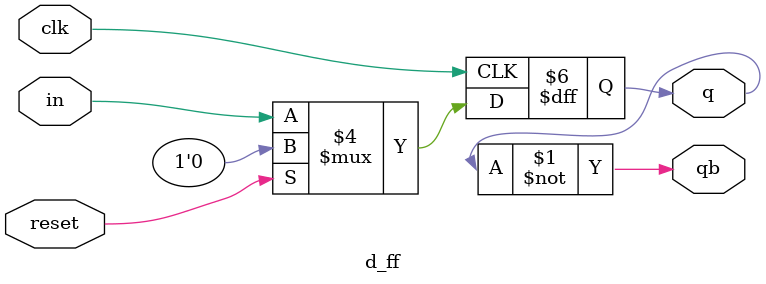
<source format=v>
`timescale 1ns / 1ps

module d_ff(in,
            q,
            qb,
            clk,
            reset
);
input in,clk,reset;
output reg q;
output qb;
assign qb = ~q;

always @(posedge clk) begin
    if(reset)
    q <= 1'b0;
    else
    q <= in;
end
endmodule

</source>
